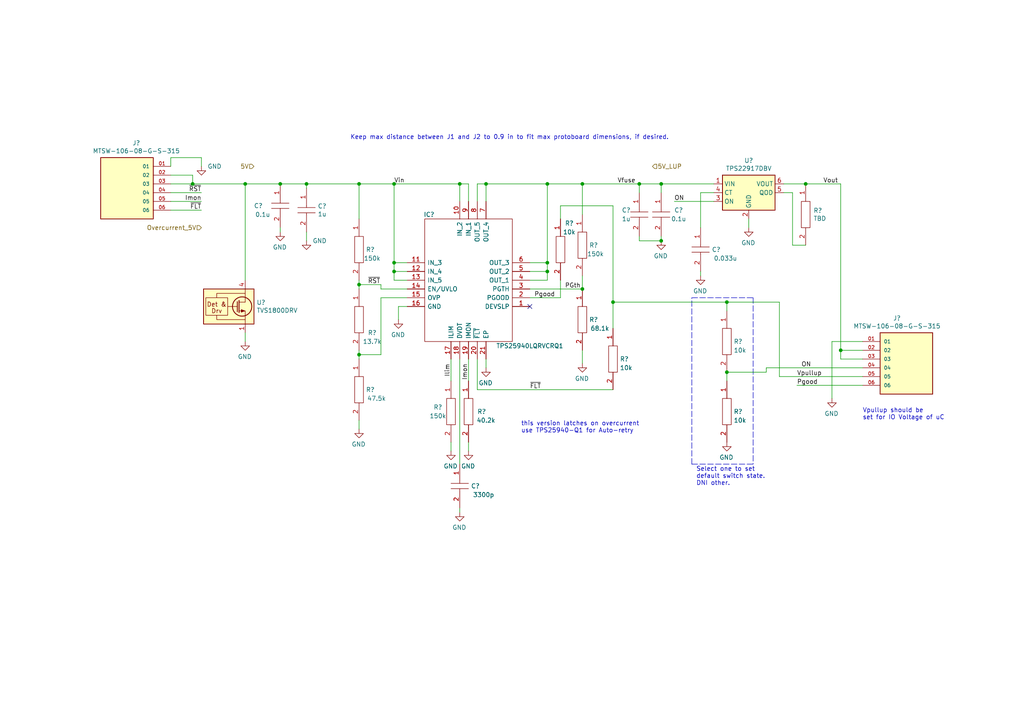
<source format=kicad_sch>
(kicad_sch (version 20211123) (generator eeschema)
  (paper "A4")
  (lib_symbols
    (symbol "MTSW-106-08-G-S-315:MTSW-106-08-G-S-315" (pin_names (offset 1.016))
      (property "Reference" "J" (at -8.128 10.16 0))
      (property "Value" "MTSW-106-08-G-S-315" (at -7.62 -10.16 0))
      (symbol "MTSW-106-08-G-S-315_0_0"
        (rectangle (start -7.62 -7.62) (end 7.62 10.16) (stroke (width 0.254)) (fill (type background)))
        (pin passive line (at -12.7 7.62 0) (length 5.08) (name "01") (number "01"))
        (pin passive line (at -12.7 5.08 0) (length 5.08) (name "02") (number "02"))
        (pin passive line (at -12.7 2.54 0) (length 5.08) (name "03") (number "03"))
        (pin passive line (at -12.7 0 0) (length 5.08) (name "04") (number "04"))
        (pin passive line (at -12.7 -2.54 0) (length 5.08) (name "05") (number "05"))
        (pin passive line (at -12.7 -5.08 0) (length 5.08) (name "06") (number "06"))
      )
    )
    (symbol "Power_Management:TPS22917DBV"
      (property "Reference" "U" (at -6.35 6.35 0))
      (property "Value" "TPS22917DBV" (at 2.54 6.35 0))
      (symbol "TPS22917DBV_0_1"
        (rectangle (start -7.62 5.08) (end 7.62 -5.08) (stroke (width 0.254)) (fill (type background)))
      )
      (symbol "TPS22917DBV_1_1"
        (pin power_in line (at -10.16 2.54 0) (length 2.54) (name "VIN") (number "1"))
        (pin power_in line (at 0 -7.62 90) (length 2.54) (name "GND") (number "2"))
        (pin input line (at -10.16 -2.54 0) (length 2.54) (name "ON") (number "3"))
        (pin output line (at -10.16 0 0) (length 2.54) (name "CT") (number "4"))
        (pin open_collector line (at 10.16 0 180) (length 2.54) (name "QOD") (number "5"))
        (pin power_out line (at 10.16 2.54 180) (length 2.54) (name "VOUT") (number "6"))
      )
    )
    (symbol "Power_Protection:TVS1800DRV" (pin_names (offset 0) hide)
      (property "Reference" "U" (at 2.54 1.27 0))
      (property "Value" "TVS1800DRV" (at 2.54 -1.27 0))
      (symbol "TVS1800DRV_0_0"
        (rectangle (start -11.43 2.54) (end -5.08 -2.54))
        (polyline (pts (xy 0 1.27) (xy -1.778 1.27)))
        (polyline (pts (xy -8.255 -2.54) (xy -8.255 -3.81) (xy 0 -3.81)))
        (polyline (pts (xy -8.255 2.54) (xy -8.255 3.81) (xy 0 3.81)))
        (text "Det &" (at -8.255 0.635 0) (effects (font (size 1.27 1.27))))
        (text "Drv" (at -8.255 -1.27 0) (effects (font (size 1.27 1.27))))
      )
      (symbol "TVS1800DRV_0_1"
        (rectangle (start -12.065 5.08) (end 2.54 -5.08) (stroke (width 0.254)) (fill (type background)))
        (circle (center -0.889 0) (radius 2.794) (stroke (width 0.254)))
        (polyline (pts (xy -2.286 0) (xy -5.08 0)))
        (polyline (pts (xy -2.286 1.397) (xy -2.286 -1.524)) (stroke (width 0.254)))
        (polyline (pts (xy -1.778 1.778) (xy -1.778 -1.778)) (stroke (width 0.254)))
        (polyline (pts (xy 0 -2.54) (xy 0 -5.08)))
        (polyline (pts (xy 0 2.54) (xy 0 1.27)))
        (polyline (pts (xy 0 5.08) (xy 0 2.54)))
        (polyline (pts (xy 0 -2.54) (xy 0 -1.27) (xy -1.778 -1.27)))
        (polyline (pts (xy -0.127 -1.27) (xy -1.143 -1.651) (xy -1.143 -0.889) (xy -0.127 -1.27)) (fill (type outline)))
      )
      (symbol "TVS1800DRV_1_1"
        (pin power_in line (at 0 -7.62 90) (length 2.54) (name "GND") (number "1"))
        (pin power_in line (at 0 -7.62 90) (length 2.54) hide (name "GND") (number "2"))
        (pin power_in line (at 0 -7.62 90) (length 2.54) hide (name "GND") (number "3"))
        (pin passive line (at 0 7.62 270) (length 2.54) (name "IN") (number "4"))
        (pin passive line (at 0 7.62 270) (length 2.54) hide (name "IN") (number "5"))
        (pin passive line (at 0 7.62 270) (length 2.54) hide (name "IN") (number "6"))
        (pin power_in line (at 0 -7.62 90) (length 2.54) hide (name "GND") (number "7"))
      )
    )
    (symbol "eFuse_alt_prototype-rescue:06031C104K4Z2A-SamacSys_Parts2" (pin_names (offset 0.762))
      (property "Reference" "C" (at 8.89 6.35 0))
      (property "Value" "06031C104K4Z2A-SamacSys_Parts2" (at 8.89 3.81 0))
      (symbol "06031C104K4Z2A-SamacSys_Parts2_0_0"
        (pin passive line (at 0 0 0) (length 5.08) (name "~") (number "1"))
        (pin passive line (at 12.7 0 180) (length 5.08) (name "~") (number "2"))
      )
      (symbol "06031C104K4Z2A-SamacSys_Parts2_0_1"
        (polyline (pts (xy 5.08 0) (xy 5.588 0)) (stroke (width 0.1524)))
        (polyline (pts (xy 5.588 2.54) (xy 5.588 -2.54)) (stroke (width 0.1524)))
        (polyline (pts (xy 7.112 0) (xy 7.62 0)) (stroke (width 0.1524)))
        (polyline (pts (xy 7.112 2.54) (xy 7.112 -2.54)) (stroke (width 0.1524)))
      )
    )
    (symbol "eFuse_alt_prototype-rescue:08053C105K4Z2A-SamacSys_Parts2" (pin_names (offset 0.762))
      (property "Reference" "C" (at 8.89 6.35 0))
      (property "Value" "08053C105K4Z2A-SamacSys_Parts2" (at 8.89 3.81 0))
      (symbol "08053C105K4Z2A-SamacSys_Parts2_0_0"
        (pin passive line (at 0 0 0) (length 5.08) (name "~") (number "1"))
        (pin passive line (at 12.7 0 180) (length 5.08) (name "~") (number "2"))
      )
      (symbol "08053C105K4Z2A-SamacSys_Parts2_0_1"
        (polyline (pts (xy 5.08 0) (xy 5.588 0)) (stroke (width 0.1524)))
        (polyline (pts (xy 5.588 2.54) (xy 5.588 -2.54)) (stroke (width 0.1524)))
        (polyline (pts (xy 7.112 0) (xy 7.62 0)) (stroke (width 0.1524)))
        (polyline (pts (xy 7.112 2.54) (xy 7.112 -2.54)) (stroke (width 0.1524)))
      )
    )
    (symbol "eFuse_alt_prototype-rescue:CRCW04021M00FKED-SamacSys_Parts2" (pin_names (offset 0.762))
      (property "Reference" "R" (at 13.97 6.35 0))
      (property "Value" "CRCW04021M00FKED-SamacSys_Parts2" (at 13.97 3.81 0))
      (symbol "CRCW04021M00FKED-SamacSys_Parts2_0_0"
        (pin passive line (at 0 0 0) (length 5.08) (name "~") (number "1"))
        (pin passive line (at 17.78 0 180) (length 5.08) (name "~") (number "2"))
      )
      (symbol "CRCW04021M00FKED-SamacSys_Parts2_0_1"
        (polyline (pts (xy 5.08 1.27) (xy 12.7 1.27) (xy 12.7 -1.27) (xy 5.08 -1.27) (xy 5.08 1.27)) (stroke (width 0.1524)))
      )
    )
    (symbol "eFuse_alt_prototype-rescue:ERJ8BSFR15V-SamacSys_Parts2" (pin_names (offset 0.762))
      (property "Reference" "R" (at 13.97 6.35 0))
      (property "Value" "ERJ8BSFR15V-SamacSys_Parts2" (at 13.97 3.81 0))
      (symbol "ERJ8BSFR15V-SamacSys_Parts2_0_0"
        (pin passive line (at 0 0 0) (length 5.08) (name "~") (number "1"))
        (pin passive line (at 17.78 0 180) (length 5.08) (name "~") (number "2"))
      )
      (symbol "ERJ8BSFR15V-SamacSys_Parts2_0_1"
        (polyline (pts (xy 5.08 1.27) (xy 12.7 1.27) (xy 12.7 -1.27) (xy 5.08 -1.27) (xy 5.08 1.27)) (stroke (width 0.1524)))
      )
    )
    (symbol "eFuse_alt_prototype-rescue:GRM188R71H104KA93D-SamacSys_Parts2" (pin_names (offset 0.762))
      (property "Reference" "C" (at 8.89 6.35 0))
      (property "Value" "GRM188R71H104KA93D-SamacSys_Parts2" (at 8.89 3.81 0))
      (symbol "GRM188R71H104KA93D-SamacSys_Parts2_0_0"
        (pin passive line (at 0 0 0) (length 5.08) (name "~") (number "1"))
        (pin passive line (at 12.7 0 180) (length 5.08) (name "~") (number "2"))
      )
      (symbol "GRM188R71H104KA93D-SamacSys_Parts2_0_1"
        (polyline (pts (xy 5.08 0) (xy 5.588 0)) (stroke (width 0.1524)))
        (polyline (pts (xy 5.588 2.54) (xy 5.588 -2.54)) (stroke (width 0.1524)))
        (polyline (pts (xy 7.112 0) (xy 7.62 0)) (stroke (width 0.1524)))
        (polyline (pts (xy 7.112 2.54) (xy 7.112 -2.54)) (stroke (width 0.1524)))
      )
    )
    (symbol "eFuse_alt_prototype-rescue:TPS25940LQRVCRQ1-SamacSys_Parts2" (pin_names (offset 0.762))
      (property "Reference" "IC" (at 31.75 15.24 0))
      (property "Value" "TPS25940LQRVCRQ1-SamacSys_Parts2" (at 31.75 12.7 0))
      (symbol "TPS25940LQRVCRQ1-SamacSys_Parts2_0_0"
        (pin input line (at 0 0 0) (length 5.08) (name "DEVSLP") (number "1"))
        (pin input line (at 20.32 -30.48 90) (length 5.08) (name "IN_2") (number "10"))
        (pin input line (at 35.56 -12.7 180) (length 5.08) (name "IN_3") (number "11"))
        (pin input line (at 35.56 -10.16 180) (length 5.08) (name "IN_4") (number "12"))
        (pin input line (at 35.56 -7.62 180) (length 5.08) (name "IN_5") (number "13"))
        (pin input line (at 35.56 -5.08 180) (length 5.08) (name "EN/UVLO") (number "14"))
        (pin input line (at 35.56 -2.54 180) (length 5.08) (name "OVP") (number "15"))
        (pin power_in line (at 35.56 0 180) (length 5.08) (name "GND") (number "16"))
        (pin bidirectional line (at 22.86 15.24 270) (length 5.08) (name "ILIM") (number "17"))
        (pin bidirectional line (at 20.32 15.24 270) (length 5.08) (name "DVDT") (number "18"))
        (pin output line (at 17.78 15.24 270) (length 5.08) (name "IMON") (number "19"))
        (pin output line (at 0 -2.54 0) (length 5.08) (name "PGOOD") (number "2"))
        (pin output line (at 15.24 15.24 270) (length 5.08) (name "~{FLT}") (number "20"))
        (pin power_in line (at 12.7 15.24 270) (length 5.08) (name "EP") (number "21"))
        (pin input line (at 0 -5.08 0) (length 5.08) (name "PGTH") (number "3"))
        (pin output line (at 0 -7.62 0) (length 5.08) (name "OUT_1") (number "4"))
        (pin output line (at 0 -10.16 0) (length 5.08) (name "OUT_2") (number "5"))
        (pin output line (at 0 -12.7 0) (length 5.08) (name "OUT_3") (number "6"))
        (pin output line (at 12.7 -30.48 90) (length 5.08) (name "OUT_4") (number "7"))
        (pin output line (at 15.24 -30.48 90) (length 5.08) (name "OUT_5") (number "8"))
        (pin input line (at 17.78 -30.48 90) (length 5.08) (name "IN_1") (number "9"))
      )
      (symbol "TPS25940LQRVCRQ1-SamacSys_Parts2_0_1"
        (polyline (pts (xy 5.08 10.16) (xy 30.48 10.16) (xy 30.48 -25.4) (xy 5.08 -25.4) (xy 5.08 10.16)) (stroke (width 0.1524)))
      )
    )
    (symbol "power:GND" (power) (pin_names (offset 0))
      (property "Value" "GND" (at 0 -3.81 0))
      (symbol "GND_0_1"
        (polyline (pts (xy 0 0) (xy 0 -1.27) (xy 1.27 -1.27) (xy 0 -2.54) (xy -1.27 -1.27) (xy 0 -1.27)))
      )
      (symbol "GND_1_1"
        (pin power_in line (at 0 0 270) (length 0) hide (name "GND") (number "1"))
      )
    )
  )
  (junction (at 114.3 76.2))
  (junction (at 158.75 78.74))
  (junction (at 168.91 53.34))
  (junction (at 191.77 69.85))
  (junction (at 104.14 102.87))
  (junction (at 243.84 101.6))
  (junction (at 81.28 53.34))
  (junction (at 168.91 83.82))
  (junction (at 140.97 53.34))
  (junction (at 55.88 53.34))
  (junction (at 114.3 53.34))
  (junction (at 104.14 53.34))
  (junction (at 88.9 53.34))
  (junction (at 133.35 53.34))
  (junction (at 158.75 76.2))
  (junction (at 210.82 87.63))
  (junction (at 104.14 82.55))
  (junction (at 114.3 78.74))
  (junction (at 191.77 53.34))
  (junction (at 158.75 53.34))
  (junction (at 177.8 87.63))
  (junction (at 71.12 53.34))
  (junction (at 233.68 53.34))
  (junction (at 210.82 107.95))
  (junction (at 185.42 53.34))
  (no_connect (at 153.67 88.9))
  (wire (pts (xy 49.53 58.42) (xy 58.42 58.42)))
  (wire (pts (xy 138.43 53.34) (xy 140.97 53.34)))
  (wire (pts (xy 49.53 55.88) (xy 58.42 55.88)))
  (wire (pts (xy 229.87 55.88) (xy 227.33 55.88)))
  (wire (pts (xy 88.9 69.85) (xy 88.9 67.31)))
  (wire (pts (xy 177.8 87.63) (xy 210.82 87.63)))
  (wire (pts (xy 88.9 53.34) (xy 104.14 53.34)))
  (wire (pts (xy 49.53 53.34) (xy 55.88 53.34)))
  (wire (pts (xy 104.14 102.87) (xy 110.49 102.87)))
  (polyline (pts (xy 200.66 134.62) (xy 200.66 86.36)))
  (wire (pts (xy 185.42 55.88) (xy 185.42 53.34)))
  (wire (pts (xy 177.8 59.69) (xy 177.8 87.63)))
  (wire (pts (xy 104.14 82.55) (xy 110.49 82.55)))
  (wire (pts (xy 210.82 90.17) (xy 210.82 87.63)))
  (wire (pts (xy 114.3 78.74) (xy 114.3 81.28)))
  (wire (pts (xy 226.06 87.63) (xy 226.06 109.22)))
  (wire (pts (xy 153.67 83.82) (xy 168.91 83.82)))
  (wire (pts (xy 203.2 55.88) (xy 207.01 55.88)))
  (wire (pts (xy 133.35 104.14) (xy 133.35 134.62)))
  (wire (pts (xy 158.75 76.2) (xy 158.75 53.34)))
  (wire (pts (xy 55.88 53.34) (xy 71.12 53.34)))
  (wire (pts (xy 158.75 76.2) (xy 158.75 78.74)))
  (wire (pts (xy 114.3 76.2) (xy 114.3 53.34)))
  (wire (pts (xy 81.28 53.34) (xy 88.9 53.34)))
  (wire (pts (xy 114.3 53.34) (xy 104.14 53.34)))
  (wire (pts (xy 114.3 76.2) (xy 114.3 78.74)))
  (polyline (pts (xy 200.66 86.36) (xy 218.44 86.36)))
  (wire (pts (xy 207.01 58.42) (xy 195.58 58.42)))
  (wire (pts (xy 243.84 101.6) (xy 243.84 53.34)))
  (wire (pts (xy 177.8 87.63) (xy 177.8 95.25)))
  (wire (pts (xy 118.11 78.74) (xy 114.3 78.74)))
  (wire (pts (xy 162.56 86.36) (xy 162.56 81.28)))
  (wire (pts (xy 185.42 69.85) (xy 191.77 69.85)))
  (wire (pts (xy 118.11 76.2) (xy 114.3 76.2)))
  (wire (pts (xy 135.89 104.14) (xy 135.89 110.49)))
  (wire (pts (xy 138.43 113.03) (xy 177.8 113.03)))
  (wire (pts (xy 162.56 63.5) (xy 162.56 59.69)))
  (wire (pts (xy 140.97 53.34) (xy 158.75 53.34)))
  (wire (pts (xy 133.35 58.42) (xy 133.35 53.34)))
  (wire (pts (xy 158.75 53.34) (xy 168.91 53.34)))
  (wire (pts (xy 104.14 82.55) (xy 104.14 81.28)))
  (wire (pts (xy 104.14 124.46) (xy 104.14 121.92)))
  (wire (pts (xy 227.33 53.34) (xy 233.68 53.34)))
  (wire (pts (xy 210.82 107.95) (xy 210.82 110.49)))
  (wire (pts (xy 115.57 88.9) (xy 115.57 92.71)))
  (wire (pts (xy 233.68 53.34) (xy 243.84 53.34)))
  (wire (pts (xy 203.2 66.04) (xy 203.2 55.88)))
  (wire (pts (xy 241.3 99.06) (xy 241.3 115.57)))
  (wire (pts (xy 231.14 111.76) (xy 250.19 111.76)))
  (wire (pts (xy 185.42 69.85) (xy 185.42 68.58)))
  (polyline (pts (xy 218.44 86.36) (xy 218.44 134.62)))
  (wire (pts (xy 191.77 69.85) (xy 191.77 68.58)))
  (wire (pts (xy 217.17 66.04) (xy 217.17 63.5)))
  (wire (pts (xy 104.14 104.14) (xy 104.14 102.87)))
  (wire (pts (xy 58.42 45.72) (xy 58.42 48.26)))
  (wire (pts (xy 71.12 53.34) (xy 81.28 53.34)))
  (wire (pts (xy 153.67 78.74) (xy 158.75 78.74)))
  (wire (pts (xy 133.35 148.59) (xy 133.35 147.32)))
  (wire (pts (xy 191.77 53.34) (xy 207.01 53.34)))
  (wire (pts (xy 140.97 104.14) (xy 140.97 106.68)))
  (wire (pts (xy 49.53 60.96) (xy 58.42 60.96)))
  (wire (pts (xy 118.11 88.9) (xy 115.57 88.9)))
  (wire (pts (xy 49.53 45.72) (xy 49.53 48.26)))
  (wire (pts (xy 191.77 55.88) (xy 191.77 53.34)))
  (wire (pts (xy 104.14 83.82) (xy 104.14 82.55)))
  (wire (pts (xy 88.9 54.61) (xy 88.9 53.34)))
  (wire (pts (xy 49.53 50.8) (xy 55.88 50.8)))
  (wire (pts (xy 81.28 67.31) (xy 81.28 66.04)))
  (wire (pts (xy 153.67 86.36) (xy 162.56 86.36)))
  (wire (pts (xy 203.2 80.01) (xy 203.2 78.74)))
  (wire (pts (xy 135.89 130.81) (xy 135.89 128.27)))
  (wire (pts (xy 110.49 102.87) (xy 110.49 86.36)))
  (wire (pts (xy 168.91 105.41) (xy 168.91 101.6)))
  (wire (pts (xy 104.14 102.87) (xy 104.14 101.6)))
  (wire (pts (xy 49.53 45.72) (xy 58.42 45.72)))
  (wire (pts (xy 250.19 99.06) (xy 241.3 99.06)))
  (polyline (pts (xy 200.66 134.62) (xy 218.44 134.62)))
  (wire (pts (xy 55.88 50.8) (xy 55.88 53.34)))
  (wire (pts (xy 104.14 63.5) (xy 104.14 53.34)))
  (wire (pts (xy 153.67 76.2) (xy 158.75 76.2)))
  (wire (pts (xy 130.81 130.81) (xy 130.81 128.27)))
  (wire (pts (xy 250.19 101.6) (xy 243.84 101.6)))
  (wire (pts (xy 233.68 71.12) (xy 229.87 71.12)))
  (wire (pts (xy 168.91 53.34) (xy 185.42 53.34)))
  (wire (pts (xy 250.19 104.14) (xy 243.84 104.14)))
  (wire (pts (xy 222.25 106.68) (xy 250.19 106.68)))
  (wire (pts (xy 243.84 104.14) (xy 243.84 101.6)))
  (wire (pts (xy 162.56 59.69) (xy 177.8 59.69)))
  (wire (pts (xy 110.49 82.55) (xy 110.49 83.82)))
  (wire (pts (xy 130.81 104.14) (xy 130.81 110.49)))
  (wire (pts (xy 153.67 81.28) (xy 158.75 81.28)))
  (wire (pts (xy 135.89 53.34) (xy 133.35 53.34)))
  (wire (pts (xy 138.43 104.14) (xy 138.43 113.03)))
  (wire (pts (xy 71.12 99.06) (xy 71.12 96.52)))
  (wire (pts (xy 138.43 58.42) (xy 138.43 53.34)))
  (wire (pts (xy 135.89 58.42) (xy 135.89 53.34)))
  (wire (pts (xy 210.82 107.95) (xy 222.25 107.95)))
  (wire (pts (xy 110.49 86.36) (xy 118.11 86.36)))
  (wire (pts (xy 185.42 53.34) (xy 191.77 53.34)))
  (wire (pts (xy 158.75 78.74) (xy 158.75 81.28)))
  (wire (pts (xy 133.35 53.34) (xy 114.3 53.34)))
  (wire (pts (xy 71.12 81.28) (xy 71.12 53.34)))
  (wire (pts (xy 226.06 109.22) (xy 250.19 109.22)))
  (wire (pts (xy 140.97 58.42) (xy 140.97 53.34)))
  (wire (pts (xy 210.82 87.63) (xy 226.06 87.63)))
  (wire (pts (xy 114.3 81.28) (xy 118.11 81.28)))
  (wire (pts (xy 229.87 71.12) (xy 229.87 55.88)))
  (wire (pts (xy 222.25 107.95) (xy 222.25 106.68)))
  (wire (pts (xy 110.49 83.82) (xy 118.11 83.82)))
  (wire (pts (xy 168.91 62.23) (xy 168.91 53.34)))
  (wire (pts (xy 168.91 80.01) (xy 168.91 83.82)))
  (text "Vpullup should be\nset for IO Voltage of uC" (at 250.19 121.92 0) (effects (font (size 1.27 1.27)) (justify left bottom)))
  (text "Select one to set \ndefault switch state.  \nDNI other." (at 201.93 140.97 0) (effects (font (size 1.27 1.27)) (justify left bottom)))
  (text "Keep max distance between J1 and J2 to 0.9 in to fit max protoboard dimensions, if desired." (at 101.6 40.64 0) (effects (font (size 1.27 1.27)) (justify left bottom)))
  (text "this version latches on overcurrent\nuse TPS25940-Q1 for Auto-retry" (at 151.13 125.73 0) (effects (font (size 1.27 1.27)) (justify left bottom)))
  (label "Pgood" (at 154.94 86.36 0))
  (label "~{RST}" (at 106.68 82.55 0))
  (label "Vin" (at 114.3 53.34 0))
  (label "Imon" (at 58.42 58.42 180))
  (label "Vpullup" (at 231.14 109.22 0))
  (label "Vfuse" (at 179.07 53.34 0))
  (label "PGth" (at 163.83 83.82 0))
  (label "Vout" (at 238.76 53.34 0))
  (label "Ilim" (at 130.81 109.22 90))
  (label "~{FLT}" (at 58.42 60.96 180))
  (label "~{RST}" (at 58.42 55.88 180))
  (label "~{FLT}" (at 153.67 113.03 0))
  (label "Imon" (at 135.89 105.41 270))
  (label "Pgood" (at 231.14 111.76 0))
  (label "ON" (at 232.41 106.68 0))
  (label "ON" (at 195.58 58.42 0))
  (hierarchical_label "Overcurrent_5V" (shape input) (at 58.42 66.04 180))
  (hierarchical_label "5V_LUP" (shape input) (at 189.23 48.26 0))
  (hierarchical_label "5V" (shape input) (at 73.66 48.26 180))
  (symbol (lib_id "power:GND") (at 81.28 67.31 0) (mirror y) (unit 1)
    (property "Reference" "#PWR?" (effects hide))
    (property "Value" "GND" (at 81.153 71.7042 0))
  )
  (symbol (lib_id "eFuse_alt_prototype-rescue:CRCW04021M00FKED-SamacSys_Parts2") (at 104.14 104.14 90) (mirror x) (unit 1)
    (property "Reference" "R?" (at 106.1212 113.03 90) (effects (justify right)))
    (property "Value" "47.5k" (at 109.22 115.57 90))
    (property "Footprint" "RESC1005X40N" (effects hide))
    (property "Datasheet" "http://www.vishay.com/docs/20035/dcrcwe3.pdf" (effects hide))
    (property "Description" "CRCW0402 Resistor T/R 0.063W,1%,1M Vishay CRCW Series Thick Film Surface Mount Resistor 0402 Case 1M?? ??1% 0.063W ??100ppm/??C" (effects hide))
    (property "Height" "0.4" (effects hide))
    (property "Manufacturer_Name" "Vishay" (effects hide))
    (property "Manufacturer_Part_Number" "CRCW040247K5FKTD" (effects hide))
  )
  (symbol (lib_id "eFuse_alt_prototype-rescue:08053C105K4Z2A-SamacSys_Parts2") (at 88.9 54.61 270) (unit 1)
    (property "Reference" "C?" (at 92.1512 59.7916 90) (effects (justify left)))
    (property "Value" "1u" (at 92.1512 62.103 90) (effects (justify left)))
    (property "Footprint" "CAPC2012X140N" (effects hide))
    (property "Datasheet" "https://componentsearchengine.com/Datasheets/2/08053C105K4Z2A.pdf" (effects hide))
    (property "Description" "AVX - 08053C105K4Z2A - CAP, MLCC, X7R, 1UF, 25V, 0805" (effects hide))
    (property "Height" "1.4" (effects hide))
    (property "Manufacturer_Name" "AVX" (effects hide))
    (property "Manufacturer_Part_Number" "08053C105K4Z2A" (effects hide))
    (property "Mouser Part Number" "581-08053C105K4Z2A" (effects hide))
    (property "Mouser Price/Stock" "https://www.mouser.co.uk/ProductDetail/AVX/08053C105K4Z2A?qs=jLe8BloMOxGHvOhVvSiRtg%3D%3D" (effects hide))
    (property "Arrow Part Number" "08053C105K4Z2A" (effects hide))
    (property "Arrow Price/Stock" "https://www.arrow.com/en/products/08053c105k4z2a/avx?region=nac" (effects hide))
  )
  (symbol (lib_id "eFuse_alt_prototype-rescue:06031C104K4Z2A-SamacSys_Parts2") (at 81.28 53.34 270) (unit 1)
    (property "Reference" "C?" (at 74.93 59.69 90))
    (property "Value" "0.1u" (at 76.2 62.23 90))
    (property "Footprint" "CAPC1608X90N" (effects hide))
    (property "Datasheet" "https://componentsearchengine.com/Datasheets/1/06031A100FAT2A.pdf" (effects hide))
    (property "Description" "Multilayer Ceramic Capacitors MLCC - SMD/SMT 100V .1uF X7R 0603 10% AEC-Q200 Flex" (effects hide))
    (property "Height" "0.9" (effects hide))
    (property "Manufacturer_Name" "AVX" (effects hide))
    (property "Manufacturer_Part_Number" "06031C104K4Z2A" (effects hide))
    (property "Mouser Part Number" "581-06031C104K4Z2A" (effects hide))
    (property "Mouser Price/Stock" "https://www.mouser.co.uk/ProductDetail/AVX/06031C104K4Z2A?qs=rI7uf1IzohSnOGTrilMFWw%3D%3D" (effects hide))
    (property "Arrow Part Number" "06031C104K4Z2A" (effects hide))
    (property "Arrow Price/Stock" "https://www.arrow.com/en/products/06031c104k4z2a/avx" (effects hide))
  )
  (symbol (lib_id "eFuse_alt_prototype-rescue:08053C105K4Z2A-SamacSys_Parts2") (at 185.42 55.88 270) (unit 1)
    (property "Reference" "C?" (at 180.34 60.96 90) (effects (justify left)))
    (property "Value" "1u" (at 180.34 63.5 90) (effects (justify left)))
    (property "Footprint" "CAPC2012X140N" (effects hide))
    (property "Datasheet" "https://componentsearchengine.com/Datasheets/2/08053C105K4Z2A.pdf" (effects hide))
    (property "Description" "AVX - 08053C105K4Z2A - CAP, MLCC, X7R, 1UF, 25V, 0805" (effects hide))
    (property "Height" "1.4" (effects hide))
    (property "Manufacturer_Name" "AVX" (effects hide))
    (property "Manufacturer_Part_Number" "08053C105K4Z2A" (effects hide))
    (property "Mouser Part Number" "581-08053C105K4Z2A" (effects hide))
    (property "Mouser Price/Stock" "https://www.mouser.co.uk/ProductDetail/AVX/08053C105K4Z2A?qs=jLe8BloMOxGHvOhVvSiRtg%3D%3D" (effects hide))
    (property "Arrow Part Number" "08053C105K4Z2A" (effects hide))
    (property "Arrow Price/Stock" "https://www.arrow.com/en/products/08053c105k4z2a/avx?region=nac" (effects hide))
  )
  (symbol (lib_id "power:GND") (at 140.97 106.68 0) (mirror y) (unit 1)
    (property "Reference" "#PWR?" (effects hide))
    (property "Value" "GND" (at 140.843 111.0742 0))
  )
  (symbol (lib_id "Power_Protection:TVS1800DRV") (at 71.12 88.9 0) (unit 1)
    (property "Reference" "U?" (at 74.3966 87.7316 0) (effects (justify left)))
    (property "Value" "TVS1800DRV" (at 74.3966 90.043 0) (effects (justify left)))
    (property "Footprint" "Package_SON:WSON-6-1EP_2x2mm_P0.65mm_EP1x1.6mm" (effects hide))
    (property "Datasheet" "http://www.ti.com/lit/ds/symlink/tvs1800.pdf" (effects hide))
  )
  (symbol (lib_id "eFuse_alt_prototype-rescue:CRCW04021M00FKED-SamacSys_Parts2") (at 135.89 110.49 90) (mirror x) (unit 1)
    (property "Reference" "R?" (at 138.43 119.38 90) (effects (justify right)))
    (property "Value" "40.2k" (at 140.97 121.92 90))
    (property "Footprint" "RESC1005X40N" (effects hide))
    (property "Datasheet" "http://www.vishay.com/docs/20035/dcrcwe3.pdf" (effects hide))
    (property "Description" "CRCW0402 Resistor T/R 0.063W,1%,1M Vishay CRCW Series Thick Film Surface Mount Resistor 0402 Case 1M?? ??1% 0.063W ??100ppm/??C" (effects hide))
    (property "Height" "0.4" (effects hide))
    (property "Manufacturer_Name" "Vishay" (effects hide))
    (property "Manufacturer_Part_Number" "CRCW040240K2FKED" (effects hide))
  )
  (symbol (lib_id "eFuse_alt_prototype-rescue:CRCW04021M00FKED-SamacSys_Parts2") (at 104.14 83.82 90) (mirror x) (unit 1)
    (property "Reference" "R?" (at 106.68 96.52 90) (effects (justify right)))
    (property "Value" "13.7k" (at 107.95 99.06 90))
    (property "Footprint" "RESC1005X40N" (effects hide))
    (property "Datasheet" "http://www.vishay.com/docs/20035/dcrcwe3.pdf" (effects hide))
    (property "Description" "CRCW0402 Resistor T/R 0.063W,1%,1M Vishay CRCW Series Thick Film Surface Mount Resistor 0402 Case 1M?? ??1% 0.063W ??100ppm/??C" (effects hide))
    (property "Height" "0.4" (effects hide))
    (property "Manufacturer_Name" "Vishay" (effects hide))
    (property "Manufacturer_Part_Number" "CRCW040213K7FKED" (effects hide))
  )
  (symbol (lib_id "power:GND") (at 88.9 69.85 0) (mirror y) (unit 1)
    (property "Reference" "#PWR?" (effects hide))
    (property "Value" "GND" (at 92.71 69.85 0))
  )
  (symbol (lib_id "MTSW-106-08-G-S-315:MTSW-106-08-G-S-315") (at 262.89 106.68 0) (unit 1)
    (property "Reference" "J?" (at 260.1722 92.2782 0))
    (property "Value" "MTSW-106-08-G-S-315" (at 260.1722 94.5896 0))
    (property "Footprint" "SAMTEC_MTSW-106-08-G-S-315" (effects hide))
    (property "MANUFACTURER" "Samtec" (effects hide))
    (property "STANDARD" "Manufacturer Recommendations" (effects hide))
    (property "PARTREV" "R" (effects hide))
  )
  (symbol (lib_id "power:GND") (at 203.2 80.01 0) (mirror y) (unit 1)
    (property "Reference" "#PWR?" (effects hide))
    (property "Value" "GND" (at 203.073 84.4042 0))
  )
  (symbol (lib_id "eFuse_alt_prototype-rescue:CRCW04021M00FKED-SamacSys_Parts2") (at 177.8 95.25 90) (mirror x) (unit 1)
    (property "Reference" "R?" (at 179.7812 104.14 90) (effects (justify right)))
    (property "Value" "10k" (at 181.61 106.68 90))
    (property "Footprint" "RESC1005X40N" (effects hide))
    (property "Datasheet" "http://www.vishay.com/docs/20035/dcrcwe3.pdf" (effects hide))
    (property "Description" "CRCW0402 Resistor T/R 0.063W,1%,1M Vishay CRCW Series Thick Film Surface Mount Resistor 0402 Case 1M?? ??1% 0.063W ??100ppm/??C" (effects hide))
    (property "Height" "0.4" (effects hide))
    (property "Manufacturer_Name" "Vishay" (effects hide))
    (property "Manufacturer_Part_Number" "CRCW040210K0DHEDP" (effects hide))
  )
  (symbol (lib_id "power:GND") (at 115.57 92.71 0) (mirror y) (unit 1)
    (property "Reference" "#PWR?" (effects hide))
    (property "Value" "GND" (at 115.443 97.1042 0))
  )
  (symbol (lib_id "power:GND") (at 135.89 130.81 0) (mirror y) (unit 1)
    (property "Reference" "#PWR?" (effects hide))
    (property "Value" "GND" (at 135.763 135.2042 0))
  )
  (symbol (lib_id "eFuse_alt_prototype-rescue:TPS25940LQRVCRQ1-SamacSys_Parts2") (at 153.67 88.9 180) (unit 1)
    (property "Reference" "IC?" (at 124.46 62.23 0))
    (property "Value" "TPS25940LQRVCRQ1" (at 153.67 100.33 0))
    (property "Footprint" "QFN50P300X400X80-21N" (effects hide))
    (property "Datasheet" "http://www.ti.com/lit/gpn/tps25940-q1" (effects hide))
    (property "Description" "2.7V-18V Automotive Current-Limited Load Switch with Current Sense & Short-to-Battery Protection" (effects hide))
    (property "Height" "0.8" (effects hide))
    (property "Manufacturer_Name" "Texas Instruments" (effects hide))
    (property "Manufacturer_Part_Number" "TPS25940LQRVCRQ1" (effects hide))
    (property "Mouser Part Number" "595-TPS25940LQRVCRQ1" (effects hide))
    (property "Mouser Price/Stock" "https://www.mouser.co.uk/ProductDetail/Texas-Instruments/TPS25940LQRVCRQ1?qs=gTYE2QTfZfTg52QqB4aM7Q%3D%3D" (effects hide))
    (property "Arrow Part Number" "TPS25940LQRVCRQ1" (effects hide))
    (property "Arrow Price/Stock" "https://www.arrow.com/en/products/tps25940lqrvcrq1/texas-instruments" (effects hide))
  )
  (symbol (lib_id "eFuse_alt_prototype-rescue:GRM188R71H104KA93D-SamacSys_Parts2") (at 133.35 134.62 270) (unit 1)
    (property "Reference" "C?" (at 136.6012 140.97 90) (effects (justify left)))
    (property "Value" "3300p" (at 137.16 143.51 90) (effects (justify left)))
    (property "Footprint" "CAPC1608X90N" (effects hide))
    (property "Description" "Ceramic  SMT capacitor 100nF 50Vdc Murata 0603 GRM 100nF Ceramic Multilayer Capacitor, 50 V dc, +125?C, X7R Dielectric, ?10%" (effects hide))
    (property "Height" "0.9" (effects hide))
    (property "Manufacturer_Name" "AVX" (effects hide))
    (property "Manufacturer_Part_Number" "06031C332J4Z2A" (effects hide))
  )
  (symbol (lib_id "power:GND") (at 191.77 69.85 0) (mirror y) (unit 1)
    (property "Reference" "#PWR?" (effects hide))
    (property "Value" "GND" (at 191.643 74.2442 0))
  )
  (symbol (lib_id "power:GND") (at 210.82 128.27 0) (mirror y) (unit 1)
    (property "Reference" "#PWR?" (effects hide))
    (property "Value" "GND" (at 210.693 132.6642 0))
  )
  (symbol (lib_id "eFuse_alt_prototype-rescue:CRCW04021M00FKED-SamacSys_Parts2") (at 130.81 110.49 90) (mirror x) (unit 1)
    (property "Reference" "R?" (at 125.73 118.11 90) (effects (justify right)))
    (property "Value" "150k" (at 127 120.65 90))
    (property "Footprint" "RESC1005X40N" (effects hide))
    (property "Datasheet" "http://www.vishay.com/docs/20035/dcrcwe3.pdf" (effects hide))
    (property "Description" "CRCW0402 Resistor T/R 0.063W,1%,1M Vishay CRCW Series Thick Film Surface Mount Resistor 0402 Case 1M?? ??1% 0.063W ??100ppm/??C" (effects hide))
    (property "Height" "0.4" (effects hide))
    (property "Manufacturer_Name" "Vishay" (effects hide))
    (property "Manufacturer_Part_Number" "CRCW0402150KFKTD" (effects hide))
  )
  (symbol (lib_id "MTSW-106-08-G-S-315:MTSW-106-08-G-S-315") (at 36.83 55.88 0) (mirror y) (unit 1)
    (property "Reference" "J?" (at 39.5478 41.4782 0))
    (property "Value" "MTSW-106-08-G-S-315" (at 39.5478 43.7896 0))
    (property "Footprint" "SAMTEC_MTSW-106-08-G-S-315" (effects hide))
    (property "MANUFACTURER" "Samtec" (effects hide))
    (property "STANDARD" "Manufacturer Recommendations" (effects hide))
    (property "PARTREV" "R" (effects hide))
  )
  (symbol (lib_id "Power_Management:TPS22917DBV") (at 217.17 55.88 0) (unit 1)
    (property "Reference" "U?" (at 217.17 46.5582 0))
    (property "Value" "TPS22917DBV" (at 217.17 48.8696 0))
    (property "Footprint" "Package_TO_SOT_SMD:SOT-23-6" (effects hide))
    (property "Datasheet" "http://www.ti.com/lit/ds/symlink/tps22917.pdf" (effects hide))
  )
  (symbol (lib_id "power:GND") (at 58.42 48.26 0) (mirror y) (unit 1)
    (property "Reference" "#PWR?" (effects hide))
    (property "Value" "GND" (at 62.23 48.26 0))
  )
  (symbol (lib_id "eFuse_alt_prototype-rescue:ERJ8BSFR15V-SamacSys_Parts2") (at 233.68 53.34 270) (unit 1)
    (property "Reference" "R?" (at 235.9152 61.0616 90) (effects (justify left)))
    (property "Value" "TBD" (at 235.9152 63.373 90) (effects (justify left)))
    (property "Footprint" "RESC3116X70N" (effects hide))
    (property "Datasheet" "http://docs-europe.electrocomponents.com/webdocs/13ba/0900766b813ba21b.pdf" (effects hide))
    (property "Description" "Panasonic ERJ8BS Series Thick Film Low Ohmic Surface Mount Resistor 1206 Case 150m +/-1% 0.33W +/-250ppm/C" (effects hide))
    (property "Height" "0.7" (effects hide))
    (property "Manufacturer_Name" "Panasonic" (effects hide))
    (property "Manufacturer_Part_Number" "ERJ8BSFR15V" (effects hide))
  )
  (symbol (lib_id "eFuse_alt_prototype-rescue:CRCW04021M00FKED-SamacSys_Parts2") (at 210.82 110.49 90) (mirror x) (unit 1)
    (property "Reference" "R?" (at 212.8012 119.38 90) (effects (justify right)))
    (property "Value" "10k" (at 214.63 121.92 90))
    (property "Footprint" "RESC1005X40N" (effects hide))
    (property "Datasheet" "http://www.vishay.com/docs/20035/dcrcwe3.pdf" (effects hide))
    (property "Description" "CRCW0402 Resistor T/R 0.063W,1%,1M Vishay CRCW Series Thick Film Surface Mount Resistor 0402 Case 1M?? ??1% 0.063W ??100ppm/??C" (effects hide))
    (property "Height" "0.4" (effects hide))
    (property "Manufacturer_Name" "Vishay" (effects hide))
    (property "Manufacturer_Part_Number" "CRCW040210K0DHEDP" (effects hide))
  )
  (symbol (lib_id "power:GND") (at 130.81 130.81 0) (mirror y) (unit 1)
    (property "Reference" "#PWR?" (effects hide))
    (property "Value" "GND" (at 130.683 135.2042 0))
  )
  (symbol (lib_id "eFuse_alt_prototype-rescue:CRCW04021M00FKED-SamacSys_Parts2") (at 210.82 90.17 90) (mirror x) (unit 1)
    (property "Reference" "R?" (at 212.8012 99.06 90) (effects (justify right)))
    (property "Value" "10k" (at 214.63 101.6 90))
    (property "Footprint" "RESC1005X40N" (effects hide))
    (property "Datasheet" "http://www.vishay.com/docs/20035/dcrcwe3.pdf" (effects hide))
    (property "Description" "CRCW0402 Resistor T/R 0.063W,1%,1M Vishay CRCW Series Thick Film Surface Mount Resistor 0402 Case 1M?? ??1% 0.063W ??100ppm/??C" (effects hide))
    (property "Height" "0.4" (effects hide))
    (property "Manufacturer_Name" "Vishay" (effects hide))
    (property "Manufacturer_Part_Number" "CRCW040210K0DHEDP" (effects hide))
  )
  (symbol (lib_id "power:GND") (at 104.14 124.46 0) (mirror y) (unit 1)
    (property "Reference" "#PWR?" (effects hide))
    (property "Value" "GND" (at 104.013 128.8542 0))
  )
  (symbol (lib_id "power:GND") (at 71.12 99.06 0) (mirror y) (unit 1)
    (property "Reference" "#PWR?" (effects hide))
    (property "Value" "GND" (at 70.993 103.4542 0))
  )
  (symbol (lib_id "power:GND") (at 241.3 115.57 0) (mirror y) (unit 1)
    (property "Reference" "#PWR?" (effects hide))
    (property "Value" "GND" (at 241.173 119.9642 0))
  )
  (symbol (lib_id "power:GND") (at 133.35 148.59 0) (mirror y) (unit 1)
    (property "Reference" "#PWR?" (effects hide))
    (property "Value" "GND" (at 133.223 152.9842 0))
  )
  (symbol (lib_id "eFuse_alt_prototype-rescue:CRCW04021M00FKED-SamacSys_Parts2") (at 162.56 63.5 90) (mirror x) (unit 1)
    (property "Reference" "R?" (at 163.83 64.77 90) (effects (justify right)))
    (property "Value" "10k" (at 165.1 67.31 90))
    (property "Footprint" "RESC1005X40N" (effects hide))
    (property "Datasheet" "http://www.vishay.com/docs/20035/dcrcwe3.pdf" (effects hide))
    (property "Description" "CRCW0402 Resistor T/R 0.063W,1%,1M Vishay CRCW Series Thick Film Surface Mount Resistor 0402 Case 1M?? ??1% 0.063W ??100ppm/??C" (effects hide))
    (property "Height" "0.4" (effects hide))
    (property "Manufacturer_Name" "Vishay" (effects hide))
    (property "Manufacturer_Part_Number" "CRCW040210K0DHEDP" (effects hide))
  )
  (symbol (lib_id "eFuse_alt_prototype-rescue:CRCW04021M00FKED-SamacSys_Parts2") (at 104.14 63.5 90) (mirror x) (unit 1)
    (property "Reference" "R?" (at 106.1212 72.39 90) (effects (justify right)))
    (property "Value" "150k" (at 107.95 74.93 90))
    (property "Footprint" "RESC1005X40N" (effects hide))
    (property "Datasheet" "http://www.vishay.com/docs/20035/dcrcwe3.pdf" (effects hide))
    (property "Description" "CRCW0402 Resistor T/R 0.063W,1%,1M Vishay CRCW Series Thick Film Surface Mount Resistor 0402 Case 1M?? ??1% 0.063W ??100ppm/??C" (effects hide))
    (property "Height" "0.4" (effects hide))
    (property "Manufacturer_Name" "Vishay" (effects hide))
    (property "Manufacturer_Part_Number" "CRCW0402150KFKTD" (effects hide))
  )
  (symbol (lib_id "power:GND") (at 168.91 105.41 0) (mirror y) (unit 1)
    (property "Reference" "#PWR?" (effects hide))
    (property "Value" "GND" (at 168.783 109.8042 0))
  )
  (symbol (lib_id "power:GND") (at 217.17 66.04 0) (mirror y) (unit 1)
    (property "Reference" "#PWR?" (effects hide))
    (property "Value" "GND" (at 217.043 70.4342 0))
  )
  (symbol (lib_id "eFuse_alt_prototype-rescue:CRCW04021M00FKED-SamacSys_Parts2") (at 168.91 83.82 90) (mirror x) (unit 1)
    (property "Reference" "R?" (at 170.8912 92.71 90) (effects (justify right)))
    (property "Value" "68.1k" (at 173.99 95.25 90))
    (property "Footprint" "RESC1005X40N" (effects hide))
    (property "Datasheet" "http://www.vishay.com/docs/20035/dcrcwe3.pdf" (effects hide))
    (property "Description" "CRCW0402 Resistor T/R 0.063W,1%,1M Vishay CRCW Series Thick Film Surface Mount Resistor 0402 Case 1M?? ??1% 0.063W ??100ppm/??C" (effects hide))
    (property "Height" "0.4" (effects hide))
    (property "Manufacturer_Name" "Vishay" (effects hide))
    (property "Manufacturer_Part_Number" "CRCW040268K1FKTD" (effects hide))
  )
  (symbol (lib_id "eFuse_alt_prototype-rescue:GRM188R71H104KA93D-SamacSys_Parts2") (at 203.2 66.04 270) (unit 1)
    (property "Reference" "C?" (at 206.4512 72.39 90) (effects (justify left)))
    (property "Value" "0.033u" (at 207.01 74.93 90) (effects (justify left)))
    (property "Footprint" "CAPC1608X90N" (effects hide))
    (property "Description" "Ceramic  SMT capacitor 100nF 50Vdc Murata 0603 GRM 100nF Ceramic Multilayer Capacitor, 50 V dc, +125?C, X7R Dielectric, ?10%" (effects hide))
    (property "Height" "0.9" (effects hide))
    (property "Manufacturer_Name" "AVX" (effects hide))
    (property "Manufacturer_Part_Number" "0402YC333K4Z2A " (effects hide))
  )
  (symbol (lib_id "eFuse_alt_prototype-rescue:06031C104K4Z2A-SamacSys_Parts2") (at 191.77 55.88 270) (unit 1)
    (property "Reference" "C?" (at 196.85 60.96 90))
    (property "Value" "0.1u" (at 196.85 63.5 90))
    (property "Footprint" "CAPC1608X90N" (effects hide))
    (property "Datasheet" "https://componentsearchengine.com/Datasheets/1/06031A100FAT2A.pdf" (effects hide))
    (property "Description" "Multilayer Ceramic Capacitors MLCC - SMD/SMT 100V .1uF X7R 0603 10% AEC-Q200 Flex" (effects hide))
    (property "Height" "0.9" (effects hide))
    (property "Manufacturer_Name" "AVX" (effects hide))
    (property "Manufacturer_Part_Number" "06031C104K4Z2A" (effects hide))
    (property "Mouser Part Number" "581-06031C104K4Z2A" (effects hide))
    (property "Mouser Price/Stock" "https://www.mouser.co.uk/ProductDetail/AVX/06031C104K4Z2A?qs=rI7uf1IzohSnOGTrilMFWw%3D%3D" (effects hide))
    (property "Arrow Part Number" "06031C104K4Z2A" (effects hide))
    (property "Arrow Price/Stock" "https://www.arrow.com/en/products/06031c104k4z2a/avx" (effects hide))
  )
  (symbol (lib_id "eFuse_alt_prototype-rescue:CRCW04021M00FKED-SamacSys_Parts2") (at 168.91 62.23 90) (mirror x) (unit 1)
    (property "Reference" "R?" (at 170.8912 71.12 90) (effects (justify right)))
    (property "Value" "150k" (at 172.72 73.66 90))
    (property "Footprint" "RESC1005X40N" (effects hide))
    (property "Datasheet" "http://www.vishay.com/docs/20035/dcrcwe3.pdf" (effects hide))
    (property "Description" "CRCW0402 Resistor T/R 0.063W,1%,1M Vishay CRCW Series Thick Film Surface Mount Resistor 0402 Case 1M?? ??1% 0.063W ??100ppm/??C" (effects hide))
    (property "Height" "0.4" (effects hide))
    (property "Manufacturer_Name" "Vishay" (effects hide))
    (property "Manufacturer_Part_Number" "CRCW0402150KFKTD" (effects hide))
  )
)
</source>
